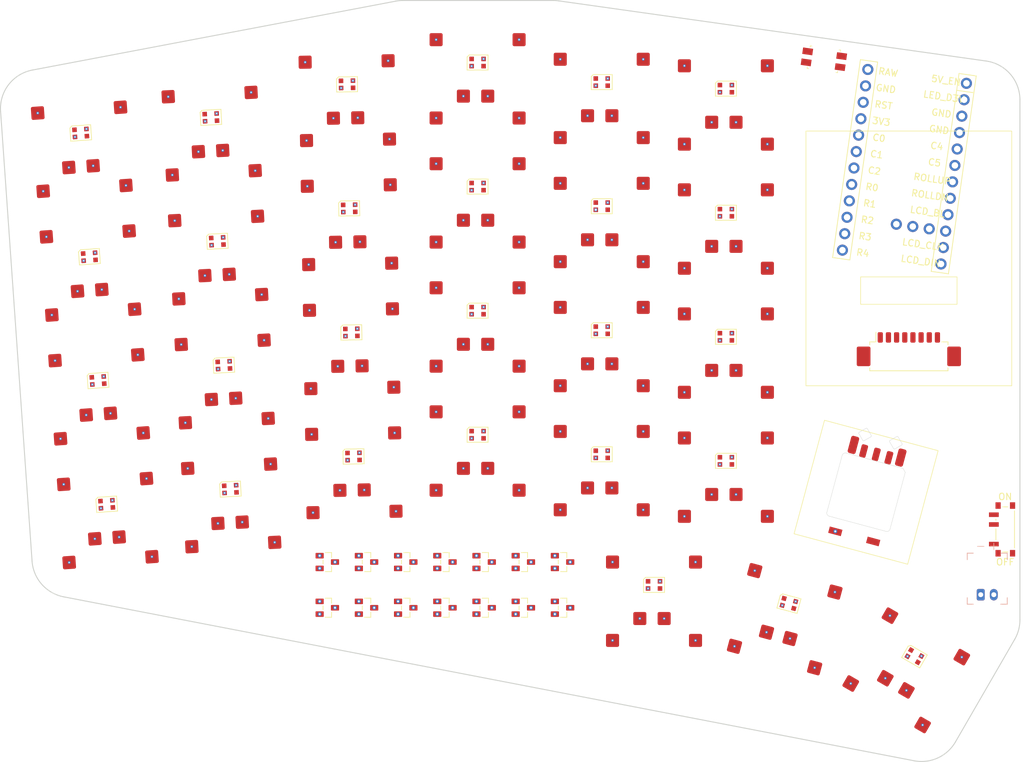
<source format=kicad_pcb>
(kicad_pcb (version 20241229) (generator "pcbnew") (generator_version "9.0")
  (title_block (title "toomanykeys") (date "2025-06-06") (rev "0.1") (company "huntercook"))
  (layers (0 "F.Cu" signal) (4 "In1.Cu" signal) (6 "In2.Cu" signal) (8 "In3.Cu" signal) (10 "In4.Cu" signal) (2 "B.Cu" signal) (13 "F.Paste" user) (15 "B.Paste" user) (5 "F.SilkS" user "F.Silkscreen") (7 "B.SilkS" user "B.Silkscreen") (1 "F.Mask" user) (3 "B.Mask" user) (25 "Edge.Cuts" user))
  (net 0 "")
  (net 1 "C0")
  (net 2 "finger_outer_bottom")
  (net 3 "GND")
  (net 4 "finger_outer_home")
  (net 5 "finger_outer_top")
  (net 6 "finger_outer_num")
  (net 7 "C1")
  (net 8 "finger_pinky_bottom")
  (net 9 "finger_pinky_home")
  (net 10 "finger_pinky_top")
  (net 11 "finger_pinky_num")
  (net 12 "C2")
  (net 13 "finger_ring_bottom")
  (net 14 "finger_ring_home")
  (net 15 "finger_ring_top")
  (net 16 "finger_ring_num")
  (net 17 "C3")
  (net 18 "finger_middle_bottom")
  (net 19 "finger_middle_home")
  (net 20 "finger_middle_top")
  (net 21 "finger_middle_num")
  (net 22 "C4")
  (net 23 "finger_index_bottom")
  (net 24 "finger_index_home")
  (net 25 "finger_index_top")
  (net 26 "finger_index_num")
  (net 27 "C5")
  (net 28 "finger_inner_bottom")
  (net 29 "finger_inner_home")
  (net 30 "finger_inner_top")
  (net 31 "finger_inner_num")
  (net 32 "thumb_near_fan")
  (net 33 "thumb_mid_fan")
  (net 34 "thumb_far_fan")
  (net 35 "roller")
  (net 36 "ROLLUP")
  (net 37 "ROLLDN")
  (net 38 "R0")
  (net 39 "R1")
  (net 40 "R2")
  (net 41 "R3")
  (net 42 "R4")
  (net 43 "RAW")
  (net 44 "RST")
  (net 45 "3V3")
  (net 46 "5V_EN")
  (net 47 "LED_D3V")
  (net 48 "LCD_BL")
  (net 49 "LCD_DC")
  (net 50 "LCD_CLK")
  (net 51 "LCD_DIN")
  (net 52 "LCD_RST")
  (net 53 "LCD_CS")
  (net 54 "BAT_P")
  (net 55 "LED_26")
  (net 56 "5V")
  (net 57 "LED_27")
  (net 58 "LED_25")
  (net 59 "LED_24")
  (net 60 "LED_23")
  (net 61 "LED_19")
  (net 62 "LED_20")
  (net 63 "LED_21")
  (net 64 "LED_22")
  (net 65 "LED_18")
  (net 66 "LED_17")
  (net 67 "LED_16")
  (net 68 "LED_15")
  (net 69 "LED_11")
  (net 70 "LED_12")
  (net 71 "LED_13")
  (net 72 "LED_14")
  (net 73 "LED_10")
  (net 74 "LED_9")
  (net 75 "LED_8")
  (net 76 "LED_7")
  (net 77 "LED_3")
  (net 78 "LED_4")
  (net 79 "LED_5")
  (net 80 "LED_6")
  (net 81 "LED_2")
  (net 82 "LED_1")
  (net 83 "LED_D5V")
  (footprint "CKW12" (layer "F.Cu") (at 176.048827 155.668388 75)
    (property "Reference" "RE1" (hide yes))
    (property "Value" "")
    (fp_line (start -4.5 -5) (end 4.5 -4.999999) (stroke (width 0.05)) (layer "Edge.Cuts"))
    (fp_line (start 5 -4.5) (end 4.999999 4.5) (stroke (width 0.05)) (layer "Edge.Cuts"))
    (fp_line (start 8.393604 -3.394264) (end 7.545076 -2.545736) (stroke (width 0.05)) (layer "Edge.Cuts"))
    (fp_line (start 8.605736 -3.394264) (end 9.454264 -2.545736) (stroke (width 0.05)) (layer "Edge.Cuts"))
    (fp_line (start 7.545076 -2.333604) (end 8.393604 -1.485076) (stroke (width 0.05)) (layer "Edge.Cuts"))
    (fp_line (start 8.605736 -1.485076) (end 9.454264 -2.333604) (stroke (width 0.05)) (layer "Edge.Cuts"))
    (fp_line (start -5 4.5) (end -4.999999 -4.5) (stroke (width 0.05)) (layer "Edge.Cuts"))
    (fp_line (start 8.397868 1.480812) (end 7.54934 2.32934) (stroke (width 0.05)) (layer "Edge.Cuts"))
    (fp_line (start 8.61 1.480812) (end 9.458528 2.32934) (stroke (width 0.05)) (layer "Edge.Cuts"))
    (fp_line (start -4.5 4.999999) (end 4.5 5) (stroke (width 0.05)) (layer "Edge.Cuts"))
    (fp_line (start 7.54934 2.541472) (end 8.397868 3.39) (stroke (width 0.05)) (layer "Edge.Cuts"))
    (fp_line (start 8.61 3.39) (end 9.458528 2.541472) (stroke (width 0.05)) (layer "Edge.Cuts"))
    (fp_line (start 4.5 5) (end 4.999999 4.5) (stroke (width 0.05)) (layer "Edge.Cuts"))
    (fp_arc (start -4.999999 -4.5) (mid -4.853553 -4.853553) (end -4.5 -5) (stroke (width 0.05)) (layer "Edge.Cuts"))
    (fp_arc (start 4.5 -4.999999) (mid 4.853553 -4.853553) (end 5 -4.5) (stroke (width 0.05)) (layer "Edge.Cuts"))
    (fp_arc (start 8.393604 -3.394264) (mid 8.49967 -3.438198) (end 8.605736 -3.394264) (stroke (width 0.05)) (layer "Edge.Cuts"))
    (fp_arc (start 7.545076 -2.333604) (mid 7.501142 -2.43967) (end 7.545076 -2.545736) (stroke (width 0.05)) (layer "Edge.Cuts"))
    (fp_arc (start 9.454264 -2.545736) (mid 9.498198 -2.43967) (end 9.454264 -2.333604) (stroke (width 0.05)) (layer "Edge.Cuts"))
    (fp_arc (start 8.605736 -1.485076) (mid 8.49967 -1.441142) (end 8.393604 -1.485076) (stroke (width 0.05)) (layer "Edge.Cuts"))
    (fp_arc (start 8.397868 1.480812) (mid 8.503934 1.436878) (end 8.61 1.480812) (stroke (width 0.05)) (layer "Edge.Cuts"))
    (fp_arc (start -4.5 4.999999) (mid -4.853553 4.853553) (end -5 4.5) (stroke (width 0.05)) (layer "Edge.Cuts"))
    (fp_arc (start 7.54934 2.541472) (mid 7.505406 2.435406) (end 7.54934 2.32934) (stroke (width 0.05)) (layer "Edge.Cuts"))
    (fp_arc (start 9.458528 2.32934) (mid 9.502462 2.435406) (end 9.458528 2.541472) (stroke (width 0.05)) (layer "Edge.Cuts"))
    (fp_arc (start 8.61 3.39) (mid 8.503934 3.433934) (end 8.397868 3.39) (stroke (width 0.05)) (layer "Edge.Cuts"))
  )
  (footprint "PG1316S" (layer "F.Cu") (at 60 160 4)
    (property "Reference" "S1" (hide yes))
    (property "Value" "")
  )
  (footprint "BAV70 SOT23" (layer "F.Cu") (at 93.593327 166.357023 -90)
    (property "Reference" "D7" (hide yes))
    (property "Value" "BAV70")
  )
  (footprint "LED_WS2812B-2020_PLCC4_2.0x2.0mm" (layer "F.Cu") (at 55.84949 100.644939 4)
    (property "Reference" "LED4" (hide yes))
    (property "Value" "")
  )
  (footprint "PG1316S" (layer "F.Cu") (at 58.674627 141.046283 4)
    (property "Reference" "S2" (hide yes))
    (property "Value" "")
  )
  (footprint "PG1316S" (layer "F.Cu") (at 154.593327 153.357023)
    (property "Reference" "S21" (hide yes))
    (property "Value" "")
  )
  (footprint "BAV70 SOT23" (layer "F.Cu") (at 123.593327 173.357023 -90)
    (property "Reference" "D6" (hide yes))
    (property "Value" "BAV70")
  )
  (footprint "BAV70 SOT23" (layer "F.Cu") (at 105.593327 166.357023 -90)
    (property "Reference" "D9" (hide yes))
    (property "Value" "BAV70")
  )
  (footprint "LED_WS2812B-2020_PLCC4_2.0x2.0mm" (layer "F.Cu") (at 76.764354 117.232567 3)
    (property "Reference" "LED7" (hide yes))
    (property "Value" "")
  )
  (footprint "LED_WS2812B-2020_PLCC4_2.0x2.0mm" (layer "F.Cu") (at 97.604947 150.188542 1)
    (property "Reference" "LED9" (hide yes))
    (property "Value" "")
  )
  (footprint "PG1316S" (layer "F.Cu") (at 154.593327 115.357023)
    (property "Reference" "S23" (hide yes))
    (property "Value" "")
  )
  (footprint "PG1316S" (layer "F.Cu") (at 116.593327 149.357023)
    (property "Reference" "S13" (hide yes))
    (property "Value" "")
  )
  (footprint "LED_WS2812B-2020_PLCC4_2.0x2.0mm" (layer "F.Cu") (at 164.240375 172.692208 -15)
    (property "Reference" "LED26" (hide yes))
    (property "Value" "")
  )
  (footprint "LED_WS2812B-2020_PLCC4_2.0x2.0mm" (layer "F.Cu") (at 75.769971 98.258606 3)
    (property "Reference" "LED8" (hide yes))
    (property "Value" "")
  )
  (footprint "BAV70 SOT23" (layer "F.Cu") (at 105.593327 173.357023 -90)
    (property "Reference" "D3" (hide yes))
    (property "Value" "BAV70")
  )
  (footprint "LED_WS2812B-2020_PLCC4_2.0x2.0mm" (layer "F.Cu") (at 59.825609 157.50609 4)
    (property "Reference" "LED1" (hide yes))
    (property "Value" "")
  )
  (footprint "LED_WS2812B-2020_PLCC4_2.0x2.0mm" (layer "F.Cu") (at 135.593327 111.857023)
    (property "Reference" "LED19" (hide yes))
    (property "Value" "")
  )
  (footprint "PG1316S" (layer "F.Cu") (at 57.349254 122.092566 4)
    (property "Reference" "S3" (hide yes))
    (property "Value" "")
  )
  (footprint "ceoloide:mcu_nice_nano" (layer "F.Cu") (at 182.093327 104.557023 -8)
    (property "Reference" "MCU1" (hide yes))
    (property "Value" "")
  )
  (footprint "LED_WS2812B-2020_PLCC4_2.0x2.0mm" (layer "F.Cu") (at 154.593327 131.857023)
    (property "Reference" "LED22" (hide yes))
    (property "Value" "")
  )
  (footprint "LED_WS2812B-2020_PLCC4_2.0x2.0mm" (layer "F.Cu") (at 135.593327 92.857023)
    (property "Reference" "LED20" (hide yes))
    (property "Value" "")
  )
  (footprint "ceoloide:power_switch_smd_side" (layer "F.Cu") (at 197.338327 161.357023)
    (property "Reference" "PWR1" (hide yes))
    (property "Value" "")
  )
  (footprint "ceoloide:mounting_hole_npth" (layer "F.Cu") (at 103.593327 83.357023)
    (property "Reference" "MH3" (hide yes))
    (property "Value" "")
  )
  (footprint "BAV70 SOT23" (layer "F.Cu") (at 111.593327 166.357023 -90)
    (property "Reference" "D10" (hide yes))
    (property "Value" "BAV70")
  )
  (footprint "PG1316S" (layer "F.Cu") (at 135.593327 95.357023)
    (property "Reference" "S20" (hide yes))
    (property "Value" "")
  )
  (footprint "LED_WS2812B-2020_PLCC4_2.0x2.0mm" (layer "F.Cu") (at 183.450091 180.774636 -30)
    (property "Reference" "LED27" (hide yes))
    (property "Value" "")
  )
  (footprint "BAV70 SOT23" (layer "F.Cu") (at 129.593327 166.357023 -90)
    (property "Reference" "D13" (hide yes))
    (property "Value" "BAV70")
  )
  (footprint "PG1316S" (layer "F.Cu") (at 163.593327 175.107023 -15)
    (property "Reference" "S26" (hide yes))
    (property "Value" "")
  )
  (footprint "LCD_1.69_Waveshare" (layer "F.Cu") (at 182.593327 119.857023 180)
    (property "Reference" "LCD1" (hide yes))
    (property "Value" "")
  )
  (footprint "LED_WS2812B-2020_PLCC4_2.0x2.0mm" (layer "F.Cu") (at 78.753121 155.180489 3)
    (property "Reference" "LED5" (hide yes))
    (property "Value" "")
  )
  (footprint "PG1316S" (layer "F.Cu") (at 97.648578 152.688162 1)
    (property "Reference" "S9" (hide yes))
    (property "Value" "")
  )
  (footprint "PG1316S" (layer "F.Cu") (at 78.883961 157.677063 3)
    (property "Reference" "S5" (hide yes))
    (property "Value" "")
  )
  (footprint "ceoloide:mounting_hole_npth" (layer "F.Cu") (at 196.860345 177.547395 -30)
    (property "Reference" "MH7" (hide yes))
    (property "Value" "")
  )
  (footprint "LED_WS2812B-2020_PLCC4_2.0x2.0mm" (layer "F.Cu") (at 154.593327 150.857023)
    (property "Reference" "LED21" (hide yes))
    (property "Value" "")
  )
  (footprint "ceoloide:mounting_hole_npth" (layer "F.Cu") (at 65.162444 90.470516 4)
    (property "Reference" "MH1" (hide yes))
    (property "Value" "")
  )
  (footprint "BAV70 SOT23" (layer "F.Cu") (at 129.593327 173.357023 -90)
    (property "Reference" "D14" (hide yes))
    (property "Value" "BAV70")
  )
  (footprint "PG1316S" (layer "F.Cu") (at 182.200091 182.9397 -30)
    (property "Reference" "S27" (hide yes))
    (property "Value" "")
  )
  (footprint "BAV70 SOT23" (layer "F.Cu") (at 117.593327 173.357023 -90)
    (property "Reference" "D5" (hide yes))
    (property "Value" "BAV70")
  )
  (footprint "LED_WS2812B-2020_PLCC4_2.0x2.0mm" (layer "F.Cu") (at 116.593327 108.857023)
    (property "Reference" "LED15" (hide yes))
    (property "Value" "")
  )
  (footprint "PG1316S" (layer "F.Cu") (at 143.593327 172.357023)
    (property "Reference" "S25" (hide yes))
    (property "Value" "")
  )
  (footprint "LED_WS2812B-2020_PLCC4_2.0x2.0mm" (layer "F.Cu") (at 116.593327 146.857023)
    (property "Reference" "LED13" (hide yes))
    (property "Value" "")
  )
  (footprint "ceoloide:mounting_hole_npth" (layer "F.Cu") (at 129.593327 83.357023)
    (property "Reference" "MH4" (hide yes))
    (property "Value" "")
  )
  (footprint "PG1316S" (layer "F.Cu") (at 135.593327 152.357023)
    (property "Reference" "S17" (hide yes))
    (property "Value" "")
  )
  (footprint "LED_WS2812B-2020_PLCC4_2.0x2.0mm" (layer "F.Cu") (at 77.758737 136.206528 3)
    (property "Reference" "LED6" (hide yes))
    (property "Value" "")
  )
  (footprint "PG1316S" (layer "F.Cu") (at 135.593327 114.357023)
    (property "Reference" "S19" (hide yes))
    (property "Value" "")
  )
  (footprint "LED_WS2812B-2020_PLCC4_2.0x2.0mm" (layer "F.Cu") (at 97.273351 131.191436 1)
    (property "Reference" "LED10" (hide yes))
    (property "Value" "")
  )
  (footprint "PG1316S" (layer "F.Cu") (at 77.889577 138.703102 3)
    (property "Reference" "S6" (hide yes))
    (property "Value" "")
  )
  (footprint "BAV70 SOT23" (layer "F.Cu") (at 111.593327 173.357023 -90)
    (property "Reference" "D4" (hide yes))
    (property "Value" "BAV70")
  )
  (footprint "PG1316S" (layer "F.Cu") (at 96.985386 114.693949 1)
    (property "Reference" "S11" (hide yes))
    (property "Value" "")
  )
  (footprint "PG1316S" (layer "F.Cu") (at 56.023881 103.138849 4)
    (property "Reference" "S4" (hide yes))
    (property "Value" "")
  )
  (footprint "LED_WS2812B-2020_PLCC4_2.0x2.0mm" (layer "F.Cu") (at 96.61016 93.197224 1)
    (property "Reference" "LED12" (hide yes))
    (property "Value" "")
  )
  (footprint "LED_WS2812B-2020_PLCC4_2.0x2.0mm" (layer "F.Cu") (at 135.593327 149.857023)
    (property "Reference" "LED17" (hide yes))
    (property "Value" "")
  )
  (footprint "ceoloide:reset_switch_smd_side" (layer "F.Cu") (at 169.593327 89.357023 -8)
    (property "Reference" "RST1" (hide yes))
    (property "Value" "")
  )
  (footprint "PG1316S" (layer "F.Cu") (at 96.653791 95.696843 1)
    (property "Reference" "S12" (hide yes))
    (property "Value" "")
  )
  (footprint "PG1316S" (layer "F.Cu") (at 76.895194 119.729141 3)
    (property "Reference" "S7" (hide yes))
    (property "Value" "")
  )
  (footprint "ceoloide:mounting_hole_npth" (layer "F.Cu") (at 128.593327 182.357023)
    (property "Reference" "MH5" (hide yes))
    (property "Value" "")
  )
  (footprint "PG1316S" (layer "F.Cu") (at 154.593327 134.357023)
    (property "Reference" "S22" (hide yes))
    (property "Value" "")
  )
  (footprint "LED_WS2812B-2020_PLCC4_2.0x2.0mm" (layer "F.Cu") (at 96.941755 112.19433 1)
    (property "Reference" "LED11" (hide yes))
    (property "Value" "")
  )
  (footprint "ceoloide:mounting_hole_npth" (layer "F.Cu") (at 67.63311 172.285908 3)
    (property "Reference" "MH2" (hide yes))
    (property "Value" "")
  )
  (footprint "PG1316S" (layer "F.Cu") (at 75.900811 100.755179 3)
    (property "Reference" "S8" (hide yes))
    (property "Value" "")
  )
  (footprint "LED_WS2812B-2020_PLCC4_2.0x2.0mm" (layer "F.Cu") (at 154.593327 112.857023)
    (property "Reference" "LED23" (hide yes))
    (property "Value" "")
  )
  (footprint "LED_WS2812B-2020_PLCC4_2.0x2.0mm" (layer "F.Cu") (at 57.174863 119.598656 4)
    (property "Reference" "LED3" (hide yes))
    (property "Value" "")
  )
  (footprint "BAV70 SOT23" (layer "F.Cu") (at 99.593327 173.357023 -90)
    (property "Reference" "D2" (hide yes))
    (property "Value" "BAV70")
  )
  (footprint "PG1316S" (layer "F.Cu") (at 97.316982 133.691055 1)
    (property "Reference" "S10" (hide yes))
    (property "Value" "")
  )
  (footprint "LED_WS2812B-2020_PLCC4_2.0x2.0mm" (layer "F.Cu") (at 143.593327 169.857023)
    (property "Reference" "LED25" (hide yes))
    (property "Value" "")
  )
  (footprint "LED_WS2812B-2020_PLCC4_2.0x2.0mm" (layer "F.Cu") (at 116.593327 89.857023)
    (property "Reference" "LED16" (hide yes))
    (property "Value" "")
  )
  (footprint "PG1316S" (layer "F.Cu") (at 116.593327 111.357023)
    (property "Reference" "S15" (hide yes))
    (property "Value" "")
  )
  (footprint "PG1316S" (layer "F.Cu") (at 116.593327 92.357023)
    (property "Reference" "S16" (hide yes))
    (property "Value" "")
  )
  (footprint "LED_WS2812B-2020_PLCC4_2.0x2.0mm" (layer "F.Cu") (at 58.500236 138.552373 4)
    (property "Reference" "LED2" (hide yes))
    (property "Value" "")
  )
  (footprint "BAV70 SOT23" (layer "F.Cu") (at 117.593327 166.357023 -90)
    (property "Reference" "D11" (hide yes))
    (property "Value" "BAV70")
  )
  (footprint "BAV70 SOT23" (layer "F.Cu") (at 123.593327 166.357023 -90)
    (property "Reference" "D12" (hide yes))
    (property "Value" "BAV70")
  )
  (footprint "LED_WS2812B-2020_PLCC4_2.0x2.0mm" (layer "F.Cu") (at 116.593327 127.857023)
    (property "Reference" "LED14" (hide yes))
    (property "Value" "")
  )
  (footprint "Molex_PicoBlade_53261-0871_1x08-1MP_P1.25mm_Horizontal" (layer "F.Cu") (at 182.593327 134.357023)
    (property "Reference" "CONN1" (hide yes))
    (property "Value" "")
  )
  (footprint "PG1316S" (layer "F.Cu") (at 135.593327 133.357023)
    (property "Reference" "S18" (hide yes))
    (property "Value" "")
  )
  (footprint "PG1316S" (layer "F.Cu") (at 154.593327 96.357023)
    (property "Reference" "S24" (hide yes))
    (property "Value" "")
  )
  (footprint "LED_WS2812B-2020_PLCC4_2.0x2.0mm" (layer "F.Cu") (at 135.593327 130.857023)
    (property "Reference" "LED18" (hide yes))
    (property "Value" "")
  )
  (footprint "BAV70 SOT23" (layer "F.Cu") (at 93.593327 173.357023 -90)
    (property "Reference" "D1" (hide yes))
    (property "Value" "BAV70")
  )
  (footprint "PG1316S" (layer "F.Cu") (at 116.593327 130.357023)
    (property "Reference" "S14" (hide yes))
    (property "Value" "")
  )
  (footprint "LED_WS2812B-2020_PLCC4_2.0x2.0mm" (layer "F.Cu") (at 154.593327 93.857023)
    (property "Reference" "LED24" (hide yes))
    (property "Value" "")
  )
  (footprint "ceoloide:mounting_hole_npth" (layer "F.Cu") (at 176.200091 193.332005 -30)
    (property "Reference" "MH6" (hide yes))
    (property "Value" "")
  )
  (footprint "BAV70 SOT23" (layer "F.Cu") (at 99.593327 166.357023 -90)
    (property "Reference" "D8" (hide yes))
    (property "Value" "BAV70")
  )
  (footprint "ceoloide:battery_connector_jst_ph_2" (layer "B.Cu") (at 194.593327 171.357023 180)
    (property "Reference" "JST1" (hide yes))
    (property "Value" "")
  )
  (gr_line (start 199.593327 95.571172) (end 199.593327 175.199777) (stroke (width 0.15)) (layer "Edge.Cuts"))
  (gr_line (start 48.454662 91.010975) (end 104.038921 80.462238) (stroke (width 0.15)) (layer "Edge.Cuts"))
  (gr_line (start 48.405165 166.213186) (end 43.587985 97.3243) (stroke (width 0.15)) (layer "Edge.Cuts"))
  (gr_arc (start 194.430138 89.629813) (mid 198.122167 91.635499) (end 199.593327 95.571172) (stroke (width 0.15)) (layer "Edge.Cuts"))
  (gr_arc (start 199.593327 175.199777) (mid 199.388997 176.752289) (end 198.789899 178.199051) (stroke (width 0.15)) (layer "Edge.Cuts"))
  (gr_line (start 183.395824 196.790433) (end 53.254098 171.686037) (stroke (width 0.15)) (layer "Edge.Cuts"))
  (gr_arc (start 43.587985 97.3243) (mid 44.821379 93.242655) (end 48.454662 91.010975) (stroke (width 0.15)) (layer "Edge.Cuts"))
  (gr_arc (start 104.038921 80.462238) (mid 104.595806 80.383389) (end 105.157628 80.357023) (stroke (width 0.15)) (layer "Edge.Cuts"))
  (gr_line (start 105.157628 80.357023) (end 128.172867 80.357023) (stroke (width 0.15)) (layer "Edge.Cuts"))
  (gr_arc (start 189.728847 193.898317) (mid 187.024704 196.356831) (end 183.395824 196.790433) (stroke (width 0.15)) (layer "Edge.Cuts"))
  (gr_arc (start 128.172867 80.357023) (mid 128.592299 80.371699) (end 129.009678 80.415664) (stroke (width 0.15)) (layer "Edge.Cuts"))
  (gr_line (start 198.789898 178.199051) (end 189.728847 193.898317) (stroke (width 0.15)) (layer "Edge.Cuts"))
  (gr_line (start 129.009678 80.415664) (end 194.430138 89.629813) (stroke (width 0.15)) (layer "Edge.Cuts"))
  (gr_arc (start 53.254098 171.686037) (mid 49.899653 169.773571) (end 48.405165 166.213186) (stroke (width 0.15)) (layer "Edge.Cuts"))
  (via (at 110.418327 167.332023) (size 0.6) (drill 0.3) (layers "F.Cu" "B.Cu") (net 2))
  (via (at 92.418327 167.332023) (size 0.6) (drill 0.3) (layers "F.Cu" "B.Cu") (net 4))
  (via (at 110.418327 174.332023) (size 0.6) (drill 0.3) (layers "F.Cu" "B.Cu") (net 5))
  (via (at 92.418327 174.332023) (size 0.6) (drill 0.3) (layers "F.Cu" "B.Cu") (net 6))
  (via (at 110.418327 165.382023) (size 0.6) (drill 0.3) (layers "F.Cu" "B.Cu") (net 8))
  (via (at 92.418327 165.382023) (size 0.6) (drill 0.3) (layers "F.Cu" "B.Cu") (net 9))
  (via (at 110.418327 172.382023) (size 0.6) (drill 0.3) (layers "F.Cu" "B.Cu") (net 10))
  (via (at 92.418327 172.382023) (size 0.6) (drill 0.3) (layers "F.Cu" "B.Cu") (net 11))
  (via (at 116.418327 167.332023) (size 0.6) (drill 0.3) (layers "F.Cu" "B.Cu") (net 13))
  (via (at 98.418327 165.382023) (size 0.6) (drill 0.3) (layers "F.Cu" "B.Cu") (net 14))
  (via (at 116.418327 172.382023) (size 0.6) (drill 0.3) (layers "F.Cu" "B.Cu") (net 15))
  (via (at 98.418327 172.382023) (size 0.6) (drill 0.3) (layers "F.Cu" "B.Cu") (net 16))
  (via (at 116.418327 165.382023) (size 0.6) (drill 0.3) (layers "F.Cu" "B.Cu") (net 18))
  (via (at 98.418327 167.332023) (size 0.6) (drill 0.3) (layers "F.Cu" "B.Cu") (net 19))
  (via (at 116.418327 174.332023) (size 0.6) (drill 0.3) (layers "F.Cu" "B.Cu") (net 20))
  (via (at 98.418327 174.332023) (size 0.6) (drill 0.3) (layers "F.Cu" "B.Cu") (net 21))
  (via (at 122.418327 167.332023) (size 0.6) (drill 0.3) (layers "F.Cu" "B.Cu") (net 23))
  (via (at 104.418327 165.382023) (size 0.6) (drill 0.3) (layers "F.Cu" "B.Cu") (net 24))
  (via (at 122.418327 172.382023) (size 0.6) (drill 0.3) (layers "F.Cu" "B.Cu") (net 25))
  (via (at 104.418327 172.382023) (size 0.6) (drill 0.3) (layers "F.Cu" "B.Cu") (net 26))
  (via (at 122.418327 165.382023) (size 0.6) (drill 0.3) (layers "F.Cu" "B.Cu") (net 28))
  (via (at 104.418327 167.332023) (size 0.6) (drill 0.3) (layers "F.Cu" "B.Cu") (net 29))
  (via (at 122.418327 174.332023) (size 0.6) (drill 0.3) (layers "F.Cu" "B.Cu") (net 30))
  (via (at 104.418327 174.332023) (size 0.6) (drill 0.3) (layers "F.Cu" "B.Cu") (net 31))
  (via (at 128.418327 167.332023) (size 0.6) (drill 0.3) (layers "F.Cu" "B.Cu") (net 32))
  (via (at 128.418327 174.332023) (size 0.6) (drill 0.3) (layers "F.Cu" "B.Cu") (net 33))
  (via (at 128.418327 172.382023) (size 0.6) (drill 0.3) (layers "F.Cu" "B.Cu") (net 34))
  (via (at 128.418327 165.382023) (size 0.6) (drill 0.3) (layers "F.Cu" "B.Cu") (net 35))
  (via (at 171.339316 161.653412) (size 0.6) (drill 0.3) (layers "F.Cu" "B.Cu") (net 35))
  (via (at 100.768327 173.357023) (size 0.6) (drill 0.3) (layers "F.Cu" "B.Cu") (net 38))
  (via (at 94.768327 173.357023) (size 0.6) (drill 0.3) (layers "F.Cu" "B.Cu") (net 38))
  (via (at 106.768327 173.357023) (size 0.6) (drill 0.3) (layers "F.Cu" "B.Cu") (net 38))
  (via (at 124.768327 173.357023) (size 0.6) (drill 0.3) (layers "F.Cu" "B.Cu") (net 39))
  (via (at 112.768327 173.357023) (size 0.6) (drill 0.3) (layers "F.Cu" "B.Cu") (net 39))
  (via (at 118.768327 173.357023) (size 0.6) (drill 0.3) (layers "F.Cu" "B.Cu") (net 39))
  (via (at 100.768327 166.357023) (size 0.6) (drill 0.3) (layers "F.Cu" "B.Cu") (net 40))
  (via (at 94.768327 166.357023) (size 0.6) (drill 0.3) (layers "F.Cu" "B.Cu") (net 40))
  (via (at 106.768327 166.357023) (size 0.6) (drill 0.3) (layers "F.Cu" "B.Cu") (net 40))
  (via (at 112.768327 166.357023) (size 0.6) (drill 0.3) (layers "F.Cu" "B.Cu") (net 41))
  (via (at 124.768327 166.357023) (size 0.6) (drill 0.3) (layers "F.Cu" "B.Cu") (net 41))
  (via (at 118.768327 166.357023) (size 0.6) (drill 0.3) (layers "F.Cu" "B.Cu") (net 41))
  (via (at 130.768327 173.357023) (size 0.6) (drill 0.3) (layers "F.Cu" "B.Cu") (net 42))
  (via (at 130.768327 166.357023) (size 0.6) (drill 0.3) (layers "F.Cu" "B.Cu") (net 42))
)
</source>
